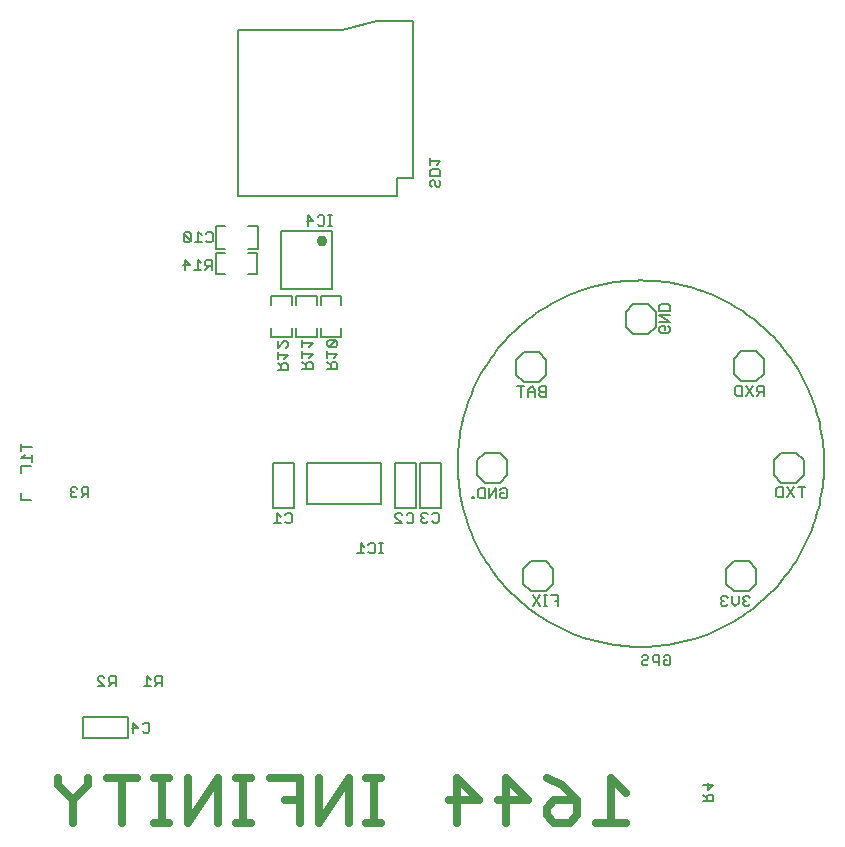
<source format=gbo>
G75*
%MOIN*%
%OFA0B0*%
%FSLAX25Y25*%
%IPPOS*%
%LPD*%
%AMOC8*
5,1,8,0,0,1.08239X$1,22.5*
%
%ADD10C,0.00800*%
%ADD11C,0.02700*%
%ADD12C,0.00600*%
%ADD13C,0.00500*%
%ADD14C,0.03619*%
D10*
X0077522Y0095774D02*
X0092522Y0095774D01*
X0092522Y0102774D01*
X0077522Y0102774D01*
X0077522Y0095774D01*
X0140723Y0172323D02*
X0147723Y0172323D01*
X0147723Y0187323D01*
X0140723Y0187323D01*
X0140723Y0172323D01*
X0181323Y0172323D02*
X0188323Y0172323D01*
X0188323Y0187323D01*
X0181323Y0187323D01*
X0181323Y0172323D01*
X0189790Y0172483D02*
X0196790Y0172483D01*
X0196790Y0187483D01*
X0189790Y0187483D01*
X0189790Y0172483D01*
X0160416Y0245534D02*
X0143487Y0245534D01*
X0143487Y0264825D01*
X0160416Y0264825D01*
X0160416Y0245534D01*
X0202385Y0187261D02*
X0202403Y0188759D01*
X0202459Y0190257D01*
X0202550Y0191752D01*
X0202679Y0193245D01*
X0202844Y0194735D01*
X0203046Y0196219D01*
X0203284Y0197699D01*
X0203558Y0199172D01*
X0203868Y0200638D01*
X0204215Y0202096D01*
X0204597Y0203545D01*
X0205014Y0204984D01*
X0205466Y0206412D01*
X0205954Y0207829D01*
X0206476Y0209234D01*
X0207032Y0210625D01*
X0207623Y0212002D01*
X0208247Y0213365D01*
X0208904Y0214711D01*
X0209594Y0216041D01*
X0210317Y0217354D01*
X0211071Y0218649D01*
X0211857Y0219924D01*
X0212674Y0221180D01*
X0213522Y0222416D01*
X0214400Y0223630D01*
X0215307Y0224823D01*
X0216243Y0225993D01*
X0217208Y0227139D01*
X0218201Y0228262D01*
X0219221Y0229360D01*
X0220267Y0230432D01*
X0221339Y0231478D01*
X0222437Y0232498D01*
X0223560Y0233491D01*
X0224706Y0234456D01*
X0225876Y0235392D01*
X0227069Y0236299D01*
X0228283Y0237177D01*
X0229519Y0238025D01*
X0230775Y0238842D01*
X0232050Y0239628D01*
X0233345Y0240382D01*
X0234658Y0241105D01*
X0235988Y0241795D01*
X0237334Y0242452D01*
X0238697Y0243076D01*
X0240074Y0243667D01*
X0241465Y0244223D01*
X0242870Y0244745D01*
X0244287Y0245233D01*
X0245715Y0245685D01*
X0247154Y0246102D01*
X0248603Y0246484D01*
X0250061Y0246831D01*
X0251527Y0247141D01*
X0253000Y0247415D01*
X0254480Y0247653D01*
X0255964Y0247855D01*
X0257454Y0248020D01*
X0258947Y0248149D01*
X0260442Y0248240D01*
X0261940Y0248296D01*
X0263438Y0248314D01*
X0264936Y0248296D01*
X0266434Y0248240D01*
X0267929Y0248149D01*
X0269422Y0248020D01*
X0270912Y0247855D01*
X0272396Y0247653D01*
X0273876Y0247415D01*
X0275349Y0247141D01*
X0276815Y0246831D01*
X0278273Y0246484D01*
X0279722Y0246102D01*
X0281161Y0245685D01*
X0282589Y0245233D01*
X0284006Y0244745D01*
X0285411Y0244223D01*
X0286802Y0243667D01*
X0288179Y0243076D01*
X0289542Y0242452D01*
X0290888Y0241795D01*
X0292218Y0241105D01*
X0293531Y0240382D01*
X0294826Y0239628D01*
X0296101Y0238842D01*
X0297357Y0238025D01*
X0298593Y0237177D01*
X0299807Y0236299D01*
X0301000Y0235392D01*
X0302170Y0234456D01*
X0303316Y0233491D01*
X0304439Y0232498D01*
X0305537Y0231478D01*
X0306609Y0230432D01*
X0307655Y0229360D01*
X0308675Y0228262D01*
X0309668Y0227139D01*
X0310633Y0225993D01*
X0311569Y0224823D01*
X0312476Y0223630D01*
X0313354Y0222416D01*
X0314202Y0221180D01*
X0315019Y0219924D01*
X0315805Y0218649D01*
X0316559Y0217354D01*
X0317282Y0216041D01*
X0317972Y0214711D01*
X0318629Y0213365D01*
X0319253Y0212002D01*
X0319844Y0210625D01*
X0320400Y0209234D01*
X0320922Y0207829D01*
X0321410Y0206412D01*
X0321862Y0204984D01*
X0322279Y0203545D01*
X0322661Y0202096D01*
X0323008Y0200638D01*
X0323318Y0199172D01*
X0323592Y0197699D01*
X0323830Y0196219D01*
X0324032Y0194735D01*
X0324197Y0193245D01*
X0324326Y0191752D01*
X0324417Y0190257D01*
X0324473Y0188759D01*
X0324491Y0187261D01*
X0324473Y0185763D01*
X0324417Y0184265D01*
X0324326Y0182770D01*
X0324197Y0181277D01*
X0324032Y0179787D01*
X0323830Y0178303D01*
X0323592Y0176823D01*
X0323318Y0175350D01*
X0323008Y0173884D01*
X0322661Y0172426D01*
X0322279Y0170977D01*
X0321862Y0169538D01*
X0321410Y0168110D01*
X0320922Y0166693D01*
X0320400Y0165288D01*
X0319844Y0163897D01*
X0319253Y0162520D01*
X0318629Y0161157D01*
X0317972Y0159811D01*
X0317282Y0158481D01*
X0316559Y0157168D01*
X0315805Y0155873D01*
X0315019Y0154598D01*
X0314202Y0153342D01*
X0313354Y0152106D01*
X0312476Y0150892D01*
X0311569Y0149699D01*
X0310633Y0148529D01*
X0309668Y0147383D01*
X0308675Y0146260D01*
X0307655Y0145162D01*
X0306609Y0144090D01*
X0305537Y0143044D01*
X0304439Y0142024D01*
X0303316Y0141031D01*
X0302170Y0140066D01*
X0301000Y0139130D01*
X0299807Y0138223D01*
X0298593Y0137345D01*
X0297357Y0136497D01*
X0296101Y0135680D01*
X0294826Y0134894D01*
X0293531Y0134140D01*
X0292218Y0133417D01*
X0290888Y0132727D01*
X0289542Y0132070D01*
X0288179Y0131446D01*
X0286802Y0130855D01*
X0285411Y0130299D01*
X0284006Y0129777D01*
X0282589Y0129289D01*
X0281161Y0128837D01*
X0279722Y0128420D01*
X0278273Y0128038D01*
X0276815Y0127691D01*
X0275349Y0127381D01*
X0273876Y0127107D01*
X0272396Y0126869D01*
X0270912Y0126667D01*
X0269422Y0126502D01*
X0267929Y0126373D01*
X0266434Y0126282D01*
X0264936Y0126226D01*
X0263438Y0126208D01*
X0261940Y0126226D01*
X0260442Y0126282D01*
X0258947Y0126373D01*
X0257454Y0126502D01*
X0255964Y0126667D01*
X0254480Y0126869D01*
X0253000Y0127107D01*
X0251527Y0127381D01*
X0250061Y0127691D01*
X0248603Y0128038D01*
X0247154Y0128420D01*
X0245715Y0128837D01*
X0244287Y0129289D01*
X0242870Y0129777D01*
X0241465Y0130299D01*
X0240074Y0130855D01*
X0238697Y0131446D01*
X0237334Y0132070D01*
X0235988Y0132727D01*
X0234658Y0133417D01*
X0233345Y0134140D01*
X0232050Y0134894D01*
X0230775Y0135680D01*
X0229519Y0136497D01*
X0228283Y0137345D01*
X0227069Y0138223D01*
X0225876Y0139130D01*
X0224706Y0140066D01*
X0223560Y0141031D01*
X0222437Y0142024D01*
X0221339Y0143044D01*
X0220267Y0144090D01*
X0219221Y0145162D01*
X0218201Y0146260D01*
X0217208Y0147383D01*
X0216243Y0148529D01*
X0215307Y0149699D01*
X0214400Y0150892D01*
X0213522Y0152106D01*
X0212674Y0153342D01*
X0211857Y0154598D01*
X0211071Y0155873D01*
X0210317Y0157168D01*
X0209594Y0158481D01*
X0208904Y0159811D01*
X0208247Y0161157D01*
X0207623Y0162520D01*
X0207032Y0163897D01*
X0206476Y0165288D01*
X0205954Y0166693D01*
X0205466Y0168110D01*
X0205014Y0169538D01*
X0204597Y0170977D01*
X0204215Y0172426D01*
X0203868Y0173884D01*
X0203558Y0175350D01*
X0203284Y0176823D01*
X0203046Y0178303D01*
X0202844Y0179787D01*
X0202679Y0181277D01*
X0202550Y0182770D01*
X0202459Y0184265D01*
X0202403Y0185763D01*
X0202385Y0187261D01*
D11*
X0074021Y0075068D02*
X0074021Y0067553D01*
X0074021Y0075068D02*
X0069011Y0080078D01*
X0069011Y0082583D01*
X0074021Y0075068D02*
X0079031Y0080078D01*
X0079031Y0082583D01*
X0085324Y0082583D02*
X0095344Y0082583D01*
X0090334Y0082583D02*
X0090334Y0067553D01*
X0101209Y0067553D02*
X0106219Y0067553D01*
X0103714Y0067553D02*
X0103714Y0082583D01*
X0106219Y0082583D02*
X0101209Y0082583D01*
X0112513Y0082583D02*
X0112513Y0067553D01*
X0122532Y0082583D01*
X0122532Y0067553D01*
X0128398Y0067553D02*
X0133408Y0067553D01*
X0130903Y0067553D02*
X0130903Y0082583D01*
X0133408Y0082583D02*
X0128398Y0082583D01*
X0139701Y0082583D02*
X0149721Y0082583D01*
X0149721Y0067553D01*
X0156014Y0067553D02*
X0156014Y0082583D01*
X0149721Y0075068D02*
X0144711Y0075068D01*
X0156014Y0067553D02*
X0166034Y0082583D01*
X0166034Y0067553D01*
X0171900Y0067553D02*
X0176909Y0067553D01*
X0174405Y0067553D02*
X0174405Y0082583D01*
X0176909Y0082583D02*
X0171900Y0082583D01*
X0199516Y0075068D02*
X0209536Y0075068D01*
X0202021Y0082583D01*
X0202021Y0067553D01*
X0215829Y0075068D02*
X0225849Y0075068D01*
X0218334Y0082583D01*
X0218334Y0067553D01*
X0232142Y0070058D02*
X0234647Y0067553D01*
X0239657Y0067553D01*
X0242162Y0070058D01*
X0242162Y0075068D01*
X0234647Y0075068D01*
X0232142Y0072563D01*
X0232142Y0070058D01*
X0237152Y0080078D02*
X0242162Y0075068D01*
X0237152Y0080078D02*
X0232142Y0082583D01*
X0248456Y0067553D02*
X0258475Y0067553D01*
X0253465Y0067553D02*
X0253465Y0082583D01*
X0258475Y0077573D01*
D12*
X0284204Y0076976D02*
X0285338Y0075842D01*
X0285338Y0076409D02*
X0285338Y0074708D01*
X0284204Y0074708D02*
X0287607Y0074708D01*
X0287607Y0076409D01*
X0287040Y0076976D01*
X0285905Y0076976D01*
X0285338Y0076409D01*
X0285905Y0078391D02*
X0285905Y0080660D01*
X0284204Y0080092D02*
X0287607Y0080092D01*
X0285905Y0078391D01*
X0272738Y0120046D02*
X0271603Y0120046D01*
X0271036Y0120614D01*
X0271036Y0121748D01*
X0272170Y0121748D01*
X0271036Y0122882D02*
X0271603Y0123449D01*
X0272738Y0123449D01*
X0273305Y0122882D01*
X0273305Y0120614D01*
X0272738Y0120046D01*
X0269622Y0120046D02*
X0269622Y0123449D01*
X0267920Y0123449D01*
X0267353Y0122882D01*
X0267353Y0121748D01*
X0267920Y0121181D01*
X0269622Y0121181D01*
X0265938Y0120614D02*
X0265371Y0120046D01*
X0264237Y0120046D01*
X0263670Y0120614D01*
X0263670Y0121181D01*
X0264237Y0121748D01*
X0265371Y0121748D01*
X0265938Y0122315D01*
X0265938Y0122882D01*
X0265371Y0123449D01*
X0264237Y0123449D01*
X0263670Y0122882D01*
X0290082Y0140348D02*
X0290649Y0139781D01*
X0291783Y0139781D01*
X0292350Y0140348D01*
X0293765Y0140915D02*
X0294899Y0139781D01*
X0296033Y0140915D01*
X0296033Y0143184D01*
X0297448Y0142617D02*
X0297448Y0142050D01*
X0298015Y0141483D01*
X0297448Y0140915D01*
X0297448Y0140348D01*
X0298015Y0139781D01*
X0299149Y0139781D01*
X0299717Y0140348D01*
X0298582Y0141483D02*
X0298015Y0141483D01*
X0297448Y0142617D02*
X0298015Y0143184D01*
X0299149Y0143184D01*
X0299717Y0142617D01*
X0299481Y0144731D02*
X0294481Y0144731D01*
X0291981Y0147231D01*
X0291981Y0152231D01*
X0294481Y0154731D01*
X0299481Y0154731D01*
X0301981Y0152231D01*
X0301981Y0147231D01*
X0299481Y0144731D01*
X0293765Y0143184D02*
X0293765Y0140915D01*
X0292350Y0142617D02*
X0291783Y0143184D01*
X0290649Y0143184D01*
X0290082Y0142617D01*
X0290082Y0142050D01*
X0290649Y0141483D01*
X0290082Y0140915D01*
X0290082Y0140348D01*
X0290649Y0141483D02*
X0291216Y0141483D01*
X0309153Y0176002D02*
X0308586Y0176569D01*
X0308586Y0178837D01*
X0309153Y0179404D01*
X0310854Y0179404D01*
X0310854Y0176002D01*
X0309153Y0176002D01*
X0312269Y0176002D02*
X0314537Y0179404D01*
X0315952Y0179404D02*
X0318220Y0179404D01*
X0317086Y0179404D02*
X0317086Y0176002D01*
X0314537Y0176002D02*
X0312269Y0179404D01*
X0310229Y0180952D02*
X0307729Y0183452D01*
X0307729Y0188452D01*
X0310229Y0190952D01*
X0315229Y0190952D01*
X0317729Y0188452D01*
X0317729Y0183452D01*
X0315229Y0180952D01*
X0310229Y0180952D01*
X0304441Y0209860D02*
X0304441Y0213263D01*
X0302739Y0213263D01*
X0302172Y0212696D01*
X0302172Y0211561D01*
X0302739Y0210994D01*
X0304441Y0210994D01*
X0303307Y0210994D02*
X0302172Y0209860D01*
X0300758Y0209860D02*
X0298489Y0213263D01*
X0297075Y0213263D02*
X0295373Y0213263D01*
X0294806Y0212696D01*
X0294806Y0210427D01*
X0295373Y0209860D01*
X0297075Y0209860D01*
X0297075Y0213263D01*
X0296843Y0214810D02*
X0294343Y0217310D01*
X0294343Y0222310D01*
X0296843Y0224810D01*
X0301843Y0224810D01*
X0304343Y0222310D01*
X0304343Y0217310D01*
X0301843Y0214810D01*
X0296843Y0214810D01*
X0300758Y0213263D02*
X0298489Y0209860D01*
X0273041Y0231322D02*
X0273041Y0232457D01*
X0272474Y0233024D01*
X0271340Y0233024D02*
X0271340Y0231889D01*
X0271340Y0233024D02*
X0270206Y0233024D01*
X0269639Y0232457D01*
X0269639Y0231322D01*
X0270206Y0230755D01*
X0272474Y0230755D01*
X0273041Y0231322D01*
X0273041Y0234438D02*
X0269639Y0234438D01*
X0268320Y0232861D02*
X0268320Y0237861D01*
X0265820Y0240361D01*
X0260820Y0240361D01*
X0258320Y0237861D01*
X0258320Y0232861D01*
X0260820Y0230361D01*
X0265820Y0230361D01*
X0268320Y0232861D01*
X0269639Y0236707D02*
X0273041Y0236707D01*
X0273041Y0238121D02*
X0273041Y0239823D01*
X0272474Y0240390D01*
X0270206Y0240390D01*
X0269639Y0239823D01*
X0269639Y0238121D01*
X0273041Y0238121D01*
X0273041Y0234438D02*
X0269639Y0236707D01*
X0231902Y0221917D02*
X0231902Y0216917D01*
X0229402Y0214417D01*
X0224402Y0214417D01*
X0221902Y0216917D01*
X0221902Y0221917D01*
X0224402Y0224417D01*
X0229402Y0224417D01*
X0231902Y0221917D01*
X0231902Y0212997D02*
X0230201Y0212997D01*
X0229634Y0212429D01*
X0229634Y0211862D01*
X0230201Y0211295D01*
X0231902Y0211295D01*
X0230201Y0211295D02*
X0229634Y0210728D01*
X0229634Y0210161D01*
X0230201Y0209594D01*
X0231902Y0209594D01*
X0231902Y0212997D01*
X0228219Y0211862D02*
X0228219Y0209594D01*
X0228219Y0211295D02*
X0225951Y0211295D01*
X0225951Y0211862D02*
X0225951Y0209594D01*
X0225951Y0211862D02*
X0227085Y0212997D01*
X0228219Y0211862D01*
X0224536Y0212997D02*
X0222267Y0212997D01*
X0223402Y0212997D02*
X0223402Y0209594D01*
X0216410Y0190952D02*
X0211410Y0190952D01*
X0208910Y0188452D01*
X0208910Y0183452D01*
X0211410Y0180952D01*
X0216410Y0180952D01*
X0218910Y0183452D01*
X0218910Y0188452D01*
X0216410Y0190952D01*
X0217209Y0179138D02*
X0218343Y0179138D01*
X0218910Y0178571D01*
X0218910Y0176303D01*
X0218343Y0175735D01*
X0217209Y0175735D01*
X0216642Y0176303D01*
X0216642Y0177437D01*
X0217776Y0177437D01*
X0216642Y0178571D02*
X0217209Y0179138D01*
X0215227Y0179138D02*
X0212958Y0175735D01*
X0212958Y0179138D01*
X0211544Y0179138D02*
X0209842Y0179138D01*
X0209275Y0178571D01*
X0209275Y0176303D01*
X0209842Y0175735D01*
X0211544Y0175735D01*
X0211544Y0179138D01*
X0215227Y0179138D02*
X0215227Y0175735D01*
X0207861Y0175735D02*
X0207294Y0175735D01*
X0207294Y0176303D01*
X0207861Y0176303D01*
X0207861Y0175735D01*
X0196090Y0170402D02*
X0196090Y0168133D01*
X0195523Y0167566D01*
X0194389Y0167566D01*
X0193822Y0168133D01*
X0192407Y0168133D02*
X0191840Y0167566D01*
X0190706Y0167566D01*
X0190138Y0168133D01*
X0190138Y0168700D01*
X0190706Y0169268D01*
X0191273Y0169268D01*
X0190706Y0169268D02*
X0190138Y0169835D01*
X0190138Y0170402D01*
X0190706Y0170969D01*
X0191840Y0170969D01*
X0192407Y0170402D01*
X0193822Y0170402D02*
X0194389Y0170969D01*
X0195523Y0170969D01*
X0196090Y0170402D01*
X0187589Y0170203D02*
X0187589Y0167934D01*
X0187021Y0167367D01*
X0185887Y0167367D01*
X0185320Y0167934D01*
X0183905Y0167367D02*
X0181637Y0169636D01*
X0181637Y0170203D01*
X0182204Y0170770D01*
X0183338Y0170770D01*
X0183905Y0170203D01*
X0185320Y0170203D02*
X0185887Y0170770D01*
X0187021Y0170770D01*
X0187589Y0170203D01*
X0183905Y0167367D02*
X0181637Y0167367D01*
X0176822Y0173816D02*
X0152224Y0173816D01*
X0152224Y0187438D01*
X0176822Y0187438D01*
X0176822Y0173816D01*
X0176805Y0160775D02*
X0176805Y0157372D01*
X0177372Y0157372D02*
X0176238Y0157372D01*
X0174917Y0157939D02*
X0174350Y0157372D01*
X0173216Y0157372D01*
X0172648Y0157939D01*
X0171234Y0157372D02*
X0168965Y0157372D01*
X0170100Y0157372D02*
X0170100Y0160775D01*
X0171234Y0159640D01*
X0172648Y0160207D02*
X0173216Y0160775D01*
X0174350Y0160775D01*
X0174917Y0160207D01*
X0174917Y0157939D01*
X0176238Y0160775D02*
X0177372Y0160775D01*
X0147037Y0167885D02*
X0146470Y0167318D01*
X0145336Y0167318D01*
X0144769Y0167885D01*
X0143354Y0167318D02*
X0141086Y0167318D01*
X0142220Y0167318D02*
X0142220Y0170721D01*
X0143354Y0169587D01*
X0144769Y0170154D02*
X0145336Y0170721D01*
X0146470Y0170721D01*
X0147037Y0170154D01*
X0147037Y0167885D01*
X0145768Y0218515D02*
X0142365Y0218515D01*
X0143500Y0218515D02*
X0143500Y0220216D01*
X0144067Y0220784D01*
X0145201Y0220784D01*
X0145768Y0220216D01*
X0145768Y0218515D01*
X0143500Y0219649D02*
X0142365Y0220784D01*
X0142365Y0222198D02*
X0142365Y0224467D01*
X0142365Y0223332D02*
X0145768Y0223332D01*
X0144634Y0222198D01*
X0145201Y0225881D02*
X0145768Y0226448D01*
X0145768Y0227583D01*
X0145201Y0228150D01*
X0144634Y0228150D01*
X0142365Y0225881D01*
X0142365Y0228150D01*
X0150633Y0228544D02*
X0150633Y0226275D01*
X0150633Y0227409D02*
X0154036Y0227409D01*
X0152902Y0226275D01*
X0150633Y0224860D02*
X0150633Y0222592D01*
X0150633Y0223726D02*
X0154036Y0223726D01*
X0152902Y0222592D01*
X0153469Y0221177D02*
X0152335Y0221177D01*
X0151767Y0220610D01*
X0151767Y0218909D01*
X0150633Y0218909D02*
X0154036Y0218909D01*
X0154036Y0220610D01*
X0153469Y0221177D01*
X0151767Y0220043D02*
X0150633Y0221177D01*
X0158901Y0221177D02*
X0160035Y0220043D01*
X0160035Y0220610D02*
X0160035Y0218909D01*
X0158901Y0218909D02*
X0162304Y0218909D01*
X0162304Y0220610D01*
X0161737Y0221177D01*
X0160602Y0221177D01*
X0160035Y0220610D01*
X0158901Y0222592D02*
X0158901Y0224860D01*
X0158901Y0223726D02*
X0162304Y0223726D01*
X0161169Y0222592D01*
X0161737Y0226275D02*
X0162304Y0226842D01*
X0162304Y0227976D01*
X0161737Y0228544D01*
X0159468Y0226275D01*
X0158901Y0226842D01*
X0158901Y0227976D01*
X0159468Y0228544D01*
X0161737Y0228544D01*
X0161737Y0226275D02*
X0159468Y0226275D01*
X0159277Y0266602D02*
X0160411Y0266602D01*
X0159844Y0266602D02*
X0159844Y0270004D01*
X0160411Y0270004D02*
X0159277Y0270004D01*
X0157956Y0269437D02*
X0157956Y0267169D01*
X0157388Y0266602D01*
X0156254Y0266602D01*
X0155687Y0267169D01*
X0154272Y0268303D02*
X0152571Y0270004D01*
X0152571Y0266602D01*
X0152004Y0268303D02*
X0154272Y0268303D01*
X0155687Y0269437D02*
X0156254Y0270004D01*
X0157388Y0270004D01*
X0157956Y0269437D01*
X0193196Y0280062D02*
X0193763Y0279495D01*
X0193196Y0280062D02*
X0193196Y0281197D01*
X0193763Y0281764D01*
X0194330Y0281764D01*
X0194898Y0281197D01*
X0194898Y0280062D01*
X0195465Y0279495D01*
X0196032Y0279495D01*
X0196599Y0280062D01*
X0196599Y0281197D01*
X0196032Y0281764D01*
X0196599Y0283178D02*
X0196599Y0284880D01*
X0196032Y0285447D01*
X0193763Y0285447D01*
X0193196Y0284880D01*
X0193196Y0283178D01*
X0196599Y0283178D01*
X0195465Y0286862D02*
X0196599Y0287996D01*
X0193196Y0287996D01*
X0193196Y0286862D02*
X0193196Y0289130D01*
X0120687Y0263896D02*
X0120687Y0261628D01*
X0120119Y0261061D01*
X0118985Y0261061D01*
X0118418Y0261628D01*
X0117003Y0261061D02*
X0114735Y0261061D01*
X0115869Y0261061D02*
X0115869Y0264464D01*
X0117003Y0263329D01*
X0118418Y0263896D02*
X0118985Y0264464D01*
X0120119Y0264464D01*
X0120687Y0263896D01*
X0113320Y0263896D02*
X0113320Y0261628D01*
X0111052Y0263896D01*
X0111052Y0261628D01*
X0111619Y0261061D01*
X0112753Y0261061D01*
X0113320Y0261628D01*
X0113320Y0263896D02*
X0112753Y0264464D01*
X0111619Y0264464D01*
X0111052Y0263896D01*
X0111438Y0255296D02*
X0113139Y0253594D01*
X0110871Y0253594D01*
X0111438Y0251893D02*
X0111438Y0255296D01*
X0115688Y0255296D02*
X0115688Y0251893D01*
X0116822Y0251893D02*
X0114554Y0251893D01*
X0116822Y0254162D02*
X0115688Y0255296D01*
X0118237Y0254729D02*
X0118237Y0253594D01*
X0118804Y0253027D01*
X0120506Y0253027D01*
X0120506Y0251893D02*
X0120506Y0255296D01*
X0118804Y0255296D01*
X0118237Y0254729D01*
X0119371Y0253027D02*
X0118237Y0251893D01*
X0060352Y0192722D02*
X0056949Y0192722D01*
X0056949Y0193856D02*
X0056949Y0191587D01*
X0058083Y0190173D02*
X0056949Y0189038D01*
X0060352Y0189038D01*
X0060352Y0187904D02*
X0060352Y0190173D01*
X0060031Y0186370D02*
X0056831Y0186370D01*
X0056831Y0184170D01*
X0056831Y0177370D02*
X0056831Y0175170D01*
X0060031Y0175170D01*
X0073321Y0176582D02*
X0073889Y0176015D01*
X0075023Y0176015D01*
X0075590Y0176582D01*
X0077005Y0176015D02*
X0078139Y0177149D01*
X0077572Y0177149D02*
X0079273Y0177149D01*
X0079273Y0176015D02*
X0079273Y0179418D01*
X0077572Y0179418D01*
X0077005Y0178851D01*
X0077005Y0177716D01*
X0077572Y0177149D01*
X0075590Y0178851D02*
X0075023Y0179418D01*
X0073889Y0179418D01*
X0073321Y0178851D01*
X0073321Y0178284D01*
X0073889Y0177716D01*
X0073321Y0177149D01*
X0073321Y0176582D01*
X0073889Y0177716D02*
X0074456Y0177716D01*
X0082944Y0116426D02*
X0084078Y0116426D01*
X0084645Y0115859D01*
X0086060Y0115859D02*
X0086060Y0114724D01*
X0086627Y0114157D01*
X0088328Y0114157D01*
X0087194Y0114157D02*
X0086060Y0113023D01*
X0084645Y0113023D02*
X0082377Y0115291D01*
X0082377Y0115859D01*
X0082944Y0116426D01*
X0086060Y0115859D02*
X0086627Y0116426D01*
X0088328Y0116426D01*
X0088328Y0113023D01*
X0084645Y0113023D02*
X0082377Y0113023D01*
X0094249Y0100890D02*
X0095950Y0099189D01*
X0093682Y0099189D01*
X0094249Y0097487D02*
X0094249Y0100890D01*
X0097365Y0100323D02*
X0097932Y0100890D01*
X0099066Y0100890D01*
X0099633Y0100323D01*
X0099633Y0098055D01*
X0099066Y0097487D01*
X0097932Y0097487D01*
X0097365Y0098055D01*
X0097731Y0113023D02*
X0100000Y0113023D01*
X0098865Y0113023D02*
X0098865Y0116426D01*
X0100000Y0115291D01*
X0101414Y0114724D02*
X0101981Y0114157D01*
X0103683Y0114157D01*
X0103683Y0113023D02*
X0103683Y0116426D01*
X0101981Y0116426D01*
X0101414Y0115859D01*
X0101414Y0114724D01*
X0102548Y0114157D02*
X0101414Y0113023D01*
X0224265Y0147231D02*
X0226765Y0144731D01*
X0231765Y0144731D01*
X0234265Y0147231D01*
X0234265Y0152231D01*
X0231765Y0154731D01*
X0226765Y0154731D01*
X0224265Y0152231D01*
X0224265Y0147231D01*
X0227432Y0143312D02*
X0229701Y0139909D01*
X0231022Y0139909D02*
X0232156Y0139909D01*
X0231589Y0139909D02*
X0231589Y0143312D01*
X0232156Y0143312D02*
X0231022Y0143312D01*
X0229701Y0143312D02*
X0227432Y0139909D01*
X0233571Y0143312D02*
X0235839Y0143312D01*
X0235839Y0139909D01*
X0235839Y0141610D02*
X0234705Y0141610D01*
D13*
X0163619Y0229482D02*
X0156819Y0229482D01*
X0156819Y0232482D01*
X0155351Y0232482D02*
X0155351Y0229482D01*
X0148551Y0229482D01*
X0148551Y0232482D01*
X0147083Y0232482D02*
X0147083Y0229482D01*
X0140283Y0229482D01*
X0140283Y0232482D01*
X0140283Y0240082D02*
X0140283Y0243082D01*
X0147083Y0243082D01*
X0147083Y0240082D01*
X0148551Y0240082D02*
X0148551Y0243082D01*
X0155351Y0243082D01*
X0155351Y0240082D01*
X0156819Y0240082D02*
X0156819Y0243082D01*
X0163619Y0243082D01*
X0163619Y0240082D01*
X0163619Y0232482D02*
X0163619Y0229482D01*
X0135523Y0250598D02*
X0135523Y0257398D01*
X0132523Y0257398D01*
X0132523Y0258860D02*
X0135723Y0258860D01*
X0135723Y0266460D01*
X0132523Y0266460D01*
X0124923Y0266460D02*
X0121723Y0266460D01*
X0121723Y0258860D01*
X0124923Y0258860D01*
X0124923Y0257398D02*
X0121923Y0257398D01*
X0121923Y0250598D01*
X0124923Y0250598D01*
X0132523Y0250598D02*
X0135523Y0250598D01*
X0129117Y0276636D02*
X0182266Y0276636D01*
X0182266Y0282345D01*
X0187384Y0282345D01*
X0187384Y0334904D01*
X0175573Y0334904D01*
X0163762Y0331754D01*
X0129117Y0331754D01*
X0129117Y0276636D01*
D14*
X0157069Y0261577D03*
M02*

</source>
